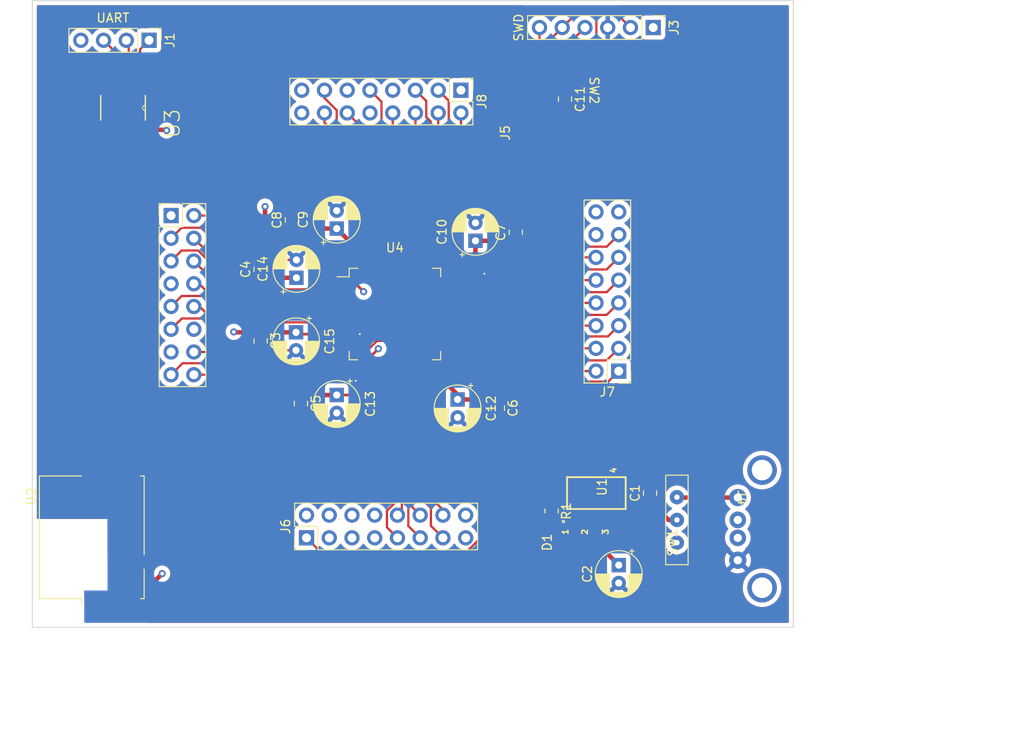
<source format=kicad_pcb>
(kicad_pcb (version 20211014) (generator pcbnew)
  (layers (0 "F.Cu" signal) (1 "In1.Cu" signal) (2 "In2.Cu" signal) (31 "B.Cu" signal) (34 "B.Paste" user) (35 "F.Paste" user) (36 "B.SilkS" user "B.Silkscreen") (37 "F.SilkS" user "F.Silkscreen") (38 "B.Mask" user) (39 "F.Mask" user) (44 "Edge.Cuts" user))
  (net 0 "")
  (net 1 "Power")
  (net 2 "GND")
  (net 3 "VDD")
  (net 4 "NRST")
  (net 5 "Net-(D1-Pad2)")
  (net 6 "Net-(J1-Pad1)")
  (net 7 "Net-(J1-Pad2)")
  (net 8 "Net-(J1-Pad3)")
  (net 10 "SWDCLK")
  (net 11 "SWDIO")
  (net 12 "SWO")
  (net 13 "5V_USB")
  (net 17 "PC_13")
  (net 18 "PC_14")
  (net 19 "PC_15")
  (net 20 "PH_00")
  (net 21 "PH_01")
  (net 23 "PC_00")
  (net 24 "PC_01")
  (net 25 "PC_02")
  (net 26 "PC_03")
  (net 29 "PA_00")
  (net 30 "PA_01")
  (net 31 "PA_02")
  (net 32 "PA_03")
  (net 40 "PC_05")
  (net 41 "PB_00")
  (net 42 "PB_01")
  (net 43 "PB_02")
  (net 44 "PB_10")
  (net 45 "PB_11")
  (net 48 "PB_12")
  (net 49 "PB_13")
  (net 50 "PB_14")
  (net 51 "PB_15")
  (net 52 "PC_06")
  (net 53 "PC_07")
  (net 54 "PC_08")
  (net 55 "PC_09")
  (net 56 "PA_08")
  (net 57 "PA_09")
  (net 58 "PA_10")
  (net 59 "PA_11")
  (net 60 "PA_12")
  (net 65 "PA_15")
  (net 66 "PC_10")
  (net 67 "PC_11")
  (net 68 "PC_12")
  (net 69 "PD_02")
  (net 71 "PB_04")
  (net 72 "PB_05")
  (net 75 "PH_02")
  (net 76 "PB_08")
  (net 77 "PB_09")
  (net 80 "BAT_OUT")
  (net 84 "SPI1_IRQ")
  (net 85 "SPI1_CLK")
  (net 86 "SPI1_MISO")
  (net 87 "SPI1_MOSI")
  (net 88 "SPI1_CS")
  (net 90 "TX")
  (net 91 "RX")
  (footprint "Package_QFP:LQFP-64_10x10mm_P0.5mm" (layer "F.Cu") (at 203.5 83)
    (fp_text reference "U4")
    (fp_text value "STM32L431RCT6")
  )
  (footprint "Capacitor_SMD:C_0805_2012Metric" (layer "F.Cu") (at 222.5 59 -90)
    (fp_text reference "C11")
    (fp_text value "0.1u")
  )
  (footprint "Connector_PinHeader_2.54mm:PinHeader_1x06_P2.54mm_Vertical" (layer "F.Cu") (at 232.35 51 -90)
    (fp_text reference "J3")
    (fp_text value "SWD")
  )
  (footprint "Minfot:Button" (layer "F.Cu") (at 225.25 58.025 -90)
    (fp_text reference "SW2")
    (fp_text value "SW_Push")
  )
  (footprint "Capacitor_THT:CP_Radial_D5.0mm_P2.00mm" (layer "F.Cu") (at 197 92.044888 -90)
    (fp_text reference "C13")
    (fp_text value "4.7u")
  )
  (footprint "Connector_PinHeader_2.54mm:PinHeader_2x08_P2.54mm_Vertical" (layer "F.Cu") (at 193.625 108 90)
    (fp_text reference "J6")
    (fp_text value "PIN17-PIN32")
  )
  (footprint "Capacitor_SMD:C_0805_2012Metric" (layer "F.Cu") (at 215 93.5 -90)
    (fp_text reference "C6")
    (fp_text value "100n")
  )
  (footprint "Minfot:LED" (layer "F.Cu") (at 221 108.5 90)
    (fp_text reference "D1")
    (fp_text value "LED")
  )
  (footprint "Capacitor_THT:CP_Radial_D5.0mm_P2.00mm" (layer "F.Cu") (at 192.5 78.955113 90)
    (fp_text reference "C14")
    (fp_text value "4.7u")
  )
  (footprint "Capacitor_SMD:C_0805_2012Metric" (layer "F.Cu") (at 188.5 86 -90)
    (fp_text reference "C3")
    (fp_text value "10n")
  )
  (footprint "Resistor_SMD:R_0805_2012Metric" (layer "F.Cu") (at 221 105 -90)
    (fp_text reference "R1")
    (fp_text value "R_Small")
  )
  (footprint "Minfot:USBA" (layer "F.Cu") (at 241.8 103.5 -90)
    (fp_text reference "J4")
    (fp_text value "USB_A")
  )
  (footprint "bom:SOIC127P600X175-8N" (layer "F.Cu") (at 173.135 59.9638 -90)
    (fp_text reference "U3")
    (fp_text value "ADuM1200AR")
  )
  (footprint "Connector_PinHeader_2.54mm:PinHeader_2x08_P2.54mm_Vertical" (layer "F.Cu") (at 228.5 89.375 180)
    (fp_text reference "J7")
    (fp_text value "PIN33-PIN48")
  )
  (footprint "Capacitor_THT:CP_Radial_D5.0mm_P2.00mm" (layer "F.Cu") (at 192.455113 85.05 -90)
    (fp_text reference "C15")
    (fp_text value "1u")
  )
  (footprint "bom:SOT223" (layer "F.Cu") (at 226 103 90)
    (fp_text reference "U1")
    (fp_text value "LD1117S33CTR")
  )
  (footprint "RF_Module:ST_SPBTLE" (layer "F.Cu") (at 172.5 107.9375 90)
    (fp_text reference "U2")
    (fp_text value "BLUENRG-M0A")
  )
  (footprint "Capacitor_THT:CP_Radial_D5.0mm_P2.00mm" (layer "F.Cu") (at 212.5 74.820452 90)
    (fp_text reference "C10")
    (fp_text value "4.7u")
  )
  (footprint "Capacitor_SMD:C_0805_2012Metric" (layer "F.Cu") (at 217 73.865339 90)
    (fp_text reference "C7")
    (fp_text value "100n")
  )
  (footprint "Connector_PinHeader_2.54mm:PinHeader_2x08_P2.54mm_Vertical" (layer "F.Cu") (at 210.875 58 -90)
    (fp_text reference "J8")
    (fp_text value "PIN49-PIN64")
  )
  (footprint "Capacitor_SMD:C_0805_2012Metric" (layer "F.Cu") (at 232 103 90)
    (fp_text reference "C1")
    (fp_text value "100n")
  )
  (footprint "Capacitor_SMD:C_0805_2012Metric" (layer "F.Cu") (at 188.5 78 90)
    (fp_text reference "C4")
    (fp_text value "100n")
  )
  (footprint "Minfot:Switch" (layer "F.Cu") (at 235 108.54 90)
    (fp_text reference "SW1")
    (fp_text value "SW_DPDT_x2")
  )
  (footprint "Capacitor_SMD:C_0805_2012Metric" (layer "F.Cu") (at 192 72.5 90)
    (fp_text reference "C8")
    (fp_text value "100n")
  )
  (footprint "Connector_PinHeader_2.54mm:PinHeader_2x08_P2.54mm_Vertical" (layer "F.Cu") (at 178.5 72)
    (fp_text reference "J5")
    (fp_text value "PIN1-PIN16")
  )
  (footprint "Capacitor_THT:CP_Radial_D5.0mm_P2.00mm" (layer "F.Cu") (at 197 73.455113 90)
    (fp_text reference "C9")
    (fp_text value "4.7u")
  )
  (footprint "Capacitor_SMD:C_0805_2012Metric" (layer "F.Cu") (at 193 93 -90)
    (fp_text reference "C5")
    (fp_text value "100n")
  )
  (footprint "Capacitor_THT:CP_Radial_D5.0mm_P2.00mm" (layer "F.Cu") (at 228.5 111.044887 -90)
    (fp_text reference "C2")
    (fp_text value "10u")
  )
  (footprint "Connector_PinHeader_2.54mm:PinHeader_1x04_P2.54mm_Vertical" (layer "F.Cu") (at 176.04 52.4276 -90)
    (fp_text reference "J1")
    (fp_text value "UART")
  )
  (footprint "Capacitor_THT:CP_Radial_D5.0mm_P2.00mm" (layer "F.Cu") (at 210.5 92.544888 -90)
    (fp_text reference "C12")
    (fp_text value "4.7u")
  )
  (gr_rect (start 163 48) (end 248 118) (layer "Edge.Cuts") (width 0.1) (fill none))
  (segment (start 230.4602 103.95) (end 228.3114 106.0988) (width 0.5) (layer "F.Cu") (net 1))
  (segment (start 235 106) (end 234.05 106) (width 0.5) (layer "F.Cu") (net 1))
  (segment (start 234.05 106) (end 232 103.95) (width 0.5) (layer "F.Cu") (net 1))
  (segment (start 232 103.95) (end 230.4602 103.95) (width 0.5) (layer "F.Cu") (net 1))
  (segment (start 200 90.5) (end 199.157453 90.5) (width 0.25) (layer "F.Cu") (net 2))
  (segment (start 209.175 79.75) (end 210.25 79.75) (width 0.25) (layer "F.Cu") (net 2))
  (segment (start 200.25 77.325) (end 200.25 75.75) (width 0.25) (layer "F.Cu") (net 2))
  (segment (start 210.25 79.75) (end 211 79) (width 0.25) (layer "F.Cu") (net 2))
  (segment (start 200.25 90.25) (end 200 90.5) (width 0.25) (layer "F.Cu") (net 2))
  (segment (start 206.75 88.675) (end 206.75 89.75) (width 0.25) (layer "F.Cu") (net 2))
  (segment (start 197.825 84.75) (end 199.079277 84.75) (width 0.25) (layer "F.Cu") (net 2))
  (segment (start 200.25 88.675) (end 200.25 90.25) (width 0.25) (layer "F.Cu") (net 2))
  (segment (start 188.6 87.05) (end 192.455113 87.05) (width 0.25) (layer "F.Cu") (net 2))
  (segment (start 199.079277 84.75) (end 199.581451 85.252174) (width 0.25) (layer "F.Cu") (net 2))
  (segment (start 199.5 75) (end 199.5 74) (width 0.25) (layer "F.Cu") (net 2))
  (segment (start 192.95 87.05) (end 192.455113 87.05) (width 0.25) (layer "F.Cu") (net 2))
  (segment (start 192.5 76.955113) (end 188.594887 76.955113) (width 0.25) (layer "F.Cu") (net 2))
  (segment (start 206.75 89.75) (end 207.5 90.5) (width 0.25) (layer "F.Cu") (net 2))
  (segment (start 188.594887 76.955113) (end 188.5 77.05) (width 0.25) (layer "F.Cu") (net 2))
  (segment (start 188.5 86.95) (end 188.6 87.05) (width 0.25) (layer "F.Cu") (net 2))
  (segment (start 199.157453 90.5) (end 199.114511 90.457058) (width 0.25) (layer "F.Cu") (net 2))
  (segment (start 200.25 75.75) (end 199.5 75) (width 0.25) (layer "F.Cu") (net 2))
  (via (at 199.114511 90.457058) (size 0.6) (drill 0.2) (layers "F.Cu" "B.Cu") (net 2))
  (via (at 213.5 78.5) (size 0.6) (drill 0.2) (layers "F.Cu" "B.Cu") (net 2))
  (via (at 199.581451 85.252174) (size 0.6) (drill 0.2) (layers "F.Cu" "B.Cu") (net 2))
  (segment (start 190 73.5) (end 191.95 73.5) (width 0.5) (layer "F.Cu") (net 3))
  (segment (start 212.5 74.820452) (end 212.5 76.120452) (width 0.5) (layer "F.Cu") (net 3))
  (segment (start 210.5 92.544888) (end 210.5 92) (width 0.5) (layer "F.Cu") (net 3))
  (segment (start 197.825 85.25) (end 192.655113 85.25) (width 0.3) (layer "F.Cu") (net 3))
  (segment (start 226 103) (end 222.0875 103) (width 0.5) (layer "F.Cu") (net 3))
  (segment (start 188.5 85.05) (end 185.55 85.05) (width 0.5) (layer "F.Cu") (net 3))
  (segment (start 222.0875 103) (end 221 104.0875) (width 0.5) (layer "F.Cu") (net 3))
  (segment (start 192.655113 85.25) (end 192.455113 85.05) (width 0.3) (layer "F.Cu") (net 3))
  (segment (start 198.75 79.25) (end 197.825 79.25) (width 0.3) (layer "F.Cu") (net 3))
  (segment (start 188.5 85.05) (end 192.455113 85.05) (width 0.5) (layer "F.Cu") (net 3))
  (segment (start 191.95 73.5) (end 192 73.45) (width 0.5) (layer "F.Cu") (net 3))
  (segment (start 197.825 79.25) (end 197.85 79.275) (width 0.25) (layer "F.Cu") (net 3))
  (segment (start 175.04 62.4276) (end 177.9276 62.4276) (width 0.5) (layer "F.Cu") (net 3))
  (segment (start 209.470452 79.15) (end 209.175 79.15) (width 0.5) (layer "F.Cu") (net 3))
  (segment (start 210.5 92.544888) (end 214.994888 92.544888) (width 0.5) (layer "F.Cu") (net 3))
  (segment (start 214.994888 92.544888) (end 215 92.55) (width 0.5) (layer "F.Cu") (net 3))
  (segment (start 192 73.45) (end 192.005113 73.455113) (width 0.5) (layer "F.Cu") (net 3))
  (segment (start 174.8125 114.6875) (end 177.5 112) (width 0.5) (layer "F.Cu") (net 3))
  (segment (start 200 80.5) (end 198.75 79.25) (width 0.3) (layer "F.Cu") (net 3))
  (segment (start 199.126864 92.044888) (end 197 92.044888) (width 0.3) (layer "F.Cu") (net 3))
  (segment (start 226 106.0988) (end 226 103) (width 0.5) (layer "F.Cu") (net 3))
  (segment (start 212.5 74.820452) (end 216.994887 74.820452) (width 0.5) (layer "F.Cu") (net 3))
  (segment (start 216.994887 74.820452) (end 217 74.815339) (width 0.5) (layer "F.Cu") (net 3))
  (segment (start 177.9276 62.4276) (end 178 62.5) (width 0.5) (layer "F.Cu") (net 3))
  (segment (start 200.75 87.774598) (end 201.650049 86.874549) (width 0.3) (layer "F.Cu") (net 3))
  (segment (start 188.5 78.95) (end 192.494887 78.95) (width 0.5) (layer "F.Cu") (net 3))
  (segment (start 200.75 88.675) (end 200.75 87.774598) (width 0.3) (layer "F.Cu") (net 3))
  (segment (start 200.75 90.421752) (end 199.126864 92.044888) (width 0.3) (layer "F.Cu") (net 3))
  (segment (start 189 71) (end 189 72.5) (width 0.5) (layer "F.Cu") (net 3))
  (segment (start 192.005113 73.455113) (end 197 73.455113) (width 0.5) (layer "F.Cu") (net 3))
  (segment (start 199.65 76.105113) (end 199.65 77.325) (width 0.5) (layer "F.Cu") (net 3))
  (segment (start 185.55 85.05) (end 185.5 85) (width 0.5) (layer "F.Cu") (net 3))
  (segment (start 212.5 76.120452) (end 209.470452 79.15) (width 0.5) (layer "F.Cu") (net 3))
  (segment (start 189 72.5) (end 190 73.5) (width 0.5) (layer "F.Cu") (net 3))
  (segment (start 228.5 111.044887) (end 226 108.544887) (width 0.5) (layer "F.Cu") (net 3))
  (segment (start 193 92.05) (end 196.994888 92.05) (width 0.5) (layer "F.Cu") (net 3))
  (segment (start 197 73.455113) (end 199.65 76.105113) (width 0.5) (layer "F.Cu") (net 3))
  (segment (start 196.994888 92.05) (end 197 92.044888) (width 0.5) (layer "F.Cu") (net 3))
  (segment (start 192.494887 78.95) (end 192.5 78.955113) (width 0.5) (layer "F.Cu") (net 3))
  (segment (start 226 108.544887) (end 226 106.0988) (width 0.5) (layer "F.Cu") (net 3))
  (segment (start 200.75 88.675) (end 200.75 90.421752) (width 0.3) (layer "F.Cu") (net 3))
  (segment (start 174.39 114.6875) (end 174.8125 114.6875) (width 0.5) (layer "F.Cu") (net 3))
  (segment (start 207.35 88.85) (end 207.35 88.675) (width 0.5) (layer "F.Cu") (net 3))
  (segment (start 210.5 92) (end 207.35 88.85) (width 0.5) (layer "F.Cu") (net 3))
  (via (at 177.5 112) (size 0.8) (drill 0.4) (layers "F.Cu" "B.Cu") (net 3))
  (via (at 189 71) (size 0.8) (drill 0.4) (layers "F.Cu" "B.Cu") (net 3))
  (via (at 200 80.5) (size 0.8) (drill 0.4) (layers "F.Cu" "B.Cu") (net 3))
  (via (at 178 62.5) (size 0.8) (drill 0.4) (layers "F.Cu" "B.Cu") (net 3))
  (via (at 185.5 85) (size 0.8) (drill 0.4) (layers "F.Cu" "B.Cu") (net 3))
  (via (at 201.650049 86.874549) (size 0.8) (drill 0.4) (layers "F.Cu" "B.Cu") (net 3))
  (segment (start 208.5 73.5) (end 208.5 78.136396) (width 0.25) (layer "F.Cu") (net 4))
  (segment (start 225.25 58.025) (end 226 57.275) (width 0.25) (layer "F.Cu") (net 4))
  (segment (start 225.25 58.025) (end 222.525 58.025) (width 0.25) (layer "F.Cu") (net 4))
  (segment (start 222.525 58.025) (end 222.5 58.05) (width 0.25) (layer "F.Cu") (net 4))
  (segment (start 215.5 69.5) (end 212.5 69.5) (width 0.25) (layer "F.Cu") (net 4))
  (segment (start 169.31 99.69) (end 177.5 91.5) (width 0.25) (layer "F.Cu") (net 4))
  (segment (start 226 50) (end 225.5 49.5) (width 0.25) (layer "F.Cu") (net 4))
  (segment (start 208.5 78.136396) (end 204.386396 82.25) (width 0.25) (layer "F.Cu") (net 4))
  (segment (start 222.5 58.05) (end 222.19 57.74) (width 0.25) (layer "F.Cu") (net 4))
  (segment (start 204.386396 82.25) (end 197.825 82.25) (width 0.25) (layer "F.Cu") (net 4))
  (segment (start 218.5 54.69) (end 218.5 66.5) (width 0.25) (layer "F.Cu") (net 4))
  (segment (start 190.5 91.5) (end 192 90) (width 0.25) (layer "F.Cu") (net 4))
  (segment (start 223.69 49.5) (end 222.19 51) (width 0.25) (layer "F.Cu") (net 4))
  (segment (start 222.19 51) (end 218.5 54.69) (width 0.25) (layer "F.Cu") (net 4))
  (segment (start 200.5 86) (end 200.5 84.084315) (width 0.25) (layer "F.Cu") (net 4))
  (segment (start 212.5 69.5) (end 208.5 73.5) (width 0.25) (layer "F.Cu") (net 4))
  (segment (start 226 57.275) (end 226 50) (width 0.25) (layer "F.Cu") (net 4))
  (segment (start 169.31 101.1875) (end 169.31 99.69) (width 0.25) (layer "F.Cu") (net 4))
  (segment (start 196.5 90) (end 200.5 86) (width 0.25) (layer "F.Cu") (net 4))
  (segment (start 200.5 84.084315) (end 198.665685 82.25) (width 0.25) (layer "F.Cu") (net 4))
  (segment (start 192 90) (end 196.5 90) (width 0.25) (layer "F.Cu") (net 4))
  (segment (start 198.665685 82.25) (end 197.825 82.25) (width 0.25) (layer "F.Cu") (net 4))
  (segment (start 218.5 66.5) (end 215.5 69.5) (width 0.25) (layer "F.Cu") (net 4))
  (segment (start 177.5 91.5) (end 190.5 91.5) (width 0.25) (layer "F.Cu") (net 4))
  (segment (start 225.5 49.5) (end 223.69 49.5) (width 0.25) (layer "F.Cu") (net 4))
  (segment (start 221 105.9125) (end 221 107.6) (width 0.25) (layer "F.Cu") (net 5))
  (segment (start 175.04 53.4276) (end 176.04 52.4276) (width 0.25) (layer "F.Cu") (net 6))
  (segment (start 175.04 57.5) (end 175.04 53.4276) (width 0.25) (layer "F.Cu") (net 6))
  (segment (start 173.77 52.6976) (end 173.5 52.4276) (width 0.25) (layer "F.Cu") (net 7))
  (segment (start 173.77 57.5) (end 173.77 52.6976) (width 0.25) (layer "F.Cu") (net 7))
  (segment (start 172.5 53.9676) (end 170.96 52.4276) (width 0.25) (layer "F.Cu") (net 8))
  (segment (start 172.5 57.5) (end 172.5 53.9676) (width 0.25) (layer "F.Cu") (net 8))
  (segment (start 207.25 72.75) (end 207.25 77.325) (width 0.25) (layer "F.Cu") (net 10))
  (segment (start 218.5 49) (end 216.5 51) (width 0.25) (layer "F.Cu") (net 10))
  (segment (start 227.81 49) (end 218.5 49) (width 0.25) (layer "F.Cu") (net 10))
  (segment (start 229.81 51) (end 227.81 49) (width 0.25) (layer "F.Cu") (net 10))
  (segment (start 214.5 68) (end 212 68) (width 0.25) (layer "F.Cu") (net 10))
  (segment (start 212 68) (end 207.25 72.75) (width 0.25) (layer "F.Cu") (net 10))
  (segment (start 216.5 51) (end 216.5 66) (width 0.25) (layer "F.Cu") (net 10))
  (segment (start 216.5 66) (end 214.5 68) (width 0.25) (layer "F.Cu") (net 10))
  (segment (start 214.25 80.25) (end 209.175 80.25) (width 0.25) (layer "F.Cu") (net 11))
  (segment (start 224.73 51) (end 219.5 56.23) (width 0.25) (layer "F.Cu") (net 11))
  (segment (start 219.5 75) (end 214.25 80.25) (width 0.25) (layer "F.Cu") (net 11))
  (segment (start 219.5 56.23) (end 219.5 75) (width 0.25) (layer "F.Cu") (net 11))
  (segment (start 212.5 68.5) (end 208 73) (width 0.25) (layer "F.Cu") (net 12))
  (segment (start 208 78) (end 206.5 79.5) (width 0.25) (layer "F.Cu") (net 12))
  (segment (start 208 73) (end 208 78) (width 0.25) (layer "F.Cu") (net 12))
  (segment (start 217.5 54.5) (end 217.5 66) (width 0.25) (layer "F.Cu") (net 12))
  (segment (start 215 68.5) (end 212.5 68.5) (width 0.25) (layer "F.Cu") (net 12))
  (segment (start 217.5 66) (end 215 68.5) (width 0.25) (layer "F.Cu") (net 12))
  (segment (start 219.65 51) (end 219.65 52.35) (width 0.25) (layer "F.Cu") (net 12))
  (segment (start 204.25 78.75) (end 204.25 77.325) (width 0.25) (layer "F.Cu") (net 12))
  (segment (start 205 79.5) (end 204.25 78.75) (width 0.25) (layer "F.Cu") (net 12))
  (segment (start 219.65 52.35) (end 217.5 54.5) (width 0.25) (layer "F.Cu") (net 12))
  (segment (start 206.5 79.5) (end 205 79.5) (width 0.25) (layer "F.Cu") (net 12))
  (segment (start 241.8 103.5) (end 235.04 103.5) (width 0.5) (layer "F.Cu") (net 13))
  (segment (start 235.04 103.5) (end 235 103.46) (width 0.5) (layer "F.Cu") (net 13))
  (segment (start 193.363604 75.5) (end 186.5 75.5) (width 0.25) (layer "F.Cu") (net 17))
  (segment (start 186.5 75.5) (end 183 72) (width 0.25) (layer "F.Cu") (net 17))
  (segment (start 183 72) (end 181.04 72) (width 0.25) (layer "F.Cu") (net 17))
  (segment (start 197.825 79.75) (end 196.75 79.75) (width 0.25) (layer "F.Cu") (net 17))
  (segment (start 196 78.136396) (end 193.363604 75.5) (width 0.25) (layer "F.Cu") (net 17))
  (segment (start 196 79) (end 196 78.136396) (width 0.25) (layer "F.Cu") (net 17))
  (segment (start 196.75 79.75) (end 196 79) (width 0.25) (layer "F.Cu") (net 17))
  (segment (start 184 75.5) (end 184 78) (width 0.25) (layer "F.Cu") (net 18))
  (segment (start 181.865 73.365) (end 184 75.5) (width 0.25) (layer "F.Cu") (net 18))
  (segment (start 178.5 74.54) (end 179.675 73.365) (width 0.25) (layer "F.Cu") (net 18))
  (segment (start 184 78) (end 186.25 80.25) (width 0.25) (layer "F.Cu") (net 18))
  (segment (start 186.25 80.25) (end 197.825 80.25) (width 0.25) (layer "F.Cu") (net 18))
  (segment (start 179.675 73.365) (end 181.865 73.365) (width 0.25) (layer "F.Cu") (net 18))
  (segment (start 183.127289 76.627289) (end 183.127289 77.872712) (width 0.25) (layer "F.Cu") (net 19))
  (segment (start 186.004577 80.75) (end 197.825 80.75) (width 0.25) (layer "F.Cu") (net 19))
  (segment (start 181.04 74.54) (end 183.127289 76.627289) (width 0.25) (layer "F.Cu") (net 19))
  (segment (start 183.127289 77.872712) (end 186.004577 80.75) (width 0.25) (layer "F.Cu") (net 19))
  (segment (start 186 81.3) (end 195.3 81.3) (width 0.25) (layer "F.Cu") (net 20))
  (segment (start 182.5 77.881819) (end 185.918181 81.3) (width 0.25) (layer "F.Cu") (net 20))
  (segment (start 181 75.905) (end 181.526701 75.905) (width 0.25) (layer "F.Cu") (net 20))
  (segment (start 182.5 77.5) (end 182.5 77.881819) (width 0.25) (layer "F.Cu") (net 20))
  (segment (start 196.984315 81.25) (end 196.934315 81.3) (width 0.25) (layer "F.Cu") (net 20))
  (segment (start 185.918181 81.3) (end 186 81.3) (width 0.25) (layer "F.Cu") (net 20))
  (segment (start 195.3 81.3) (end 195.5 81.3) (width 0.25) (layer "F.Cu") (net 20))
  (segment (start 179.675 75.905) (end 181 75.905) (width 0.25) (layer "F.Cu") (net 20))
  (segment (start 182.5 76.878299) (end 182.5 77.5) (width 0.25) (layer "F.Cu") (net 20))
  (segment (start 196.934315 81.3) (end 195.3 81.3) (width 0.25) (layer "F.Cu") (net 20))
  (segment (start 197.825 81.25) (end 196.984315 81.25) (width 0.25) (layer "F.Cu") (net 20))
  (segment (start 181.526701 75.905) (end 182.5 76.878299) (width 0.25) (layer "F.Cu") (net 20))
  (segment (start 178.5 77.08) (end 179.675 75.905) (width 0.25) (layer "F.Cu") (net 20))
  (segment (start 197.825 81.75) (end 185.71 81.75) (width 0.25) (layer "F.Cu") (net 21))
  (segment (start 185.71 81.75) (end 181.04 77.08) (width 0.25) (layer "F.Cu") (net 21))
  (segment (start 196.25 82.75) (end 196 82.5) (width 0.25) (layer "F.Cu") (net 23))
  (segment (start 196 82.5) (end 184.5 82.5) (width 0.25) (layer "F.Cu") (net 23))
  (segment (start 197.825 82.75) (end 196.25 82.75) (width 0.25) (layer "F.Cu") (net 23))
  (segment (start 181.62 79.62) (end 181.04 79.62) (width 0.25) (layer "F.Cu") (net 23))
  (segment (start 184.5 82.5) (end 181.62 79.62) (width 0.25) (layer "F.Cu") (net 23))
  (segment (start 182.5 81.5) (end 184 83) (width 0.25) (layer "F.Cu") (net 24))
  (segment (start 181.985 80.985) (end 182.5 81.5) (width 0.25) (layer "F.Cu") (net 24))
  (segment (start 197.825 83.25) (end 195.75 83.25) (width 0.25) (layer "F.Cu") (net 24))
  (segment (start 195.75 83.25) (end 195.5 83) (width 0.25) (layer "F.Cu") (net 24))
  (segment (start 184 83) (end 195.5 83) (width 0.25) (layer "F.Cu") (net 24))
  (segment (start 179.675 80.985) (end 181.985 80.985) (width 0.25) (layer "F.Cu") (net 24))
  (segment (start 178.5 82.16) (end 179.675 80.985) (width 0.25) (layer "F.Cu") (net 24))
  (segment (start 195.157808 83.475) (end 183 83.475) (width 0.25) (layer "F.Cu") (net 25))
  (segment (start 195.432808 83.75) (end 195.157808 83.475) (width 0.25) (layer "F.Cu") (net 25))
  (segment (start 181.685 82.16) (end 181.04 82.16) (width 0.25) (layer "F.Cu") (net 25))
  (segment (start 197.825 83.75) (end 195.432808 83.75) (width 0.25) (layer "F.Cu") (net 25))
  (segment (start 183 83.475) (end 181.685 82.16) (width 0.25) (layer "F.Cu") (net 25))
  (segment (start 182.575 83.925) (end 194.421215 83.925) (width 0.25) (layer "F.Cu") (net 26))
  (segment (start 182 83.5) (end 182.5 84) (width 0.25) (layer "F.Cu") (net 26))
  (segment (start 178.5 84.7) (end 179.7 83.5) (width 0.25) (layer "F.Cu") (net 26))
  (segment (start 182.5 84) (end 182.575 83.925) (width 0.25) (layer "F.Cu") (net 26))
  (segment (start 179.7 83.5) (end 182 83.5) (width 0.25) (layer "F.Cu") (net 26))
  (segment (start 197.807808 84.267192) (end 197.825 84.25) (width 0.25) (layer "F.Cu") (net 26))
  (segment (start 194.421215 83.925) (end 194.763407 84.267192) (width 0.25) (layer "F.Cu") (net 26))
  (segment (start 194.763407 84.267192) (end 197.807808 84.267192) (width 0.25) (layer "F.Cu") (net 26))
  (segment (start 185.74 87.24) (end 187 88.5) (width 0.25) (layer "F.Cu") (net 29))
  (segment (start 196.25 85.75) (end 197.825 85.75) (width 0.25) (layer "F.Cu") (net 29))
  (segment (start 195.5 87.5) (end 195.5 86.5) (width 0.25) (layer "F.Cu") (net 29))
  (segment (start 181.04 87.24) (end 185.74 87.24) (width 0.25) (layer "F.Cu") (net 29))
  (segment (start 187 88.5) (end 194.5 88.5) (width 0.25) (layer "F.Cu") (net 29))
  (segment (start 195.5 86.5) (end 196.25 85.75) (width 0.25) (layer "F.Cu") (net 29))
  (segment (start 194.5 88.5) (end 195.5 87.5) (width 0.25) (layer "F.Cu") (net 29))
  (segment (start 183 89) (end 195.5 89) (width 0.25) (layer "F.Cu") (net 30))
  (segment (start 196.75 86.25) (end 197.825 86.25) (width 0.25) (layer "F.Cu") (net 30))
  (segment (start 196.5 88) (end 196.5 86.5) (width 0.25) (layer "F.Cu") (net 30))
  (segment (start 178.5 89.78) (end 179.78 88.5) (width 0.25) (layer "F.Cu") (net 30))
  (segment (start 195.5 89) (end 196.5 88) (width 0.25) (layer "F.Cu") (net 30))
  (segment (start 196.5 86.5) (end 196.75 86.25) (width 0.25) (layer "F.Cu") (net 30))
  (segment (start 179.78 88.5) (end 182.5 88.5) (width 0.25) (layer "F.Cu") (net 30))
  (segment (start 182.5 88.5) (end 183 89) (width 0.25) (layer "F.Cu") (net 30))
  (segment (start 191.22 89.78) (end 191.5 89.5) (width 0.25) (layer "F.Cu") (net 31))
  (segment (start 181.04 89.78) (end 191.22 89.78) (width 0.25) (layer "F.Cu") (net 31))
  (segment (start 196 89.5) (end 197.825 87.675) (width 0.25) (layer "F.Cu") (net 31))
  (segment (start 197.825 87.675) (end 197.825 86.75) (width 0.25) (layer "F.Cu") (net 31))
  (segment (start 191.5 89.5) (end 196 89.5) (width 0.25) (layer "F.Cu") (net 31))
  (segment (start 199.75 88.675) (end 199.75 87.75) (width 0.25) (layer "F.Cu") (net 32))
  (segment (start 201.5 86) (end 206 86) (width 0.25) (layer "F.Cu") (net 32))
  (segment (start 208.5 88.5) (end 212.5 88.5) (width 0.25) (layer "F.Cu") (net 32))
  (segment (start 206 86) (end 208.5 88.5) (width 0.25) (layer "F.Cu") (net 32))
  (segment (start 221 97) (end 221 100.066701) (width 0.25) (layer "F.Cu") (net 32))
  (segment (start 199.75 87.75) (end 201.5 86) (width 0.25) (layer "F.Cu") (net 32))
  (segment (start 197.125 111.5) (end 193.625 108) (width 0.25) (layer "F.Cu") (net 32))
  (segment (start 209.566701 111.5) (end 197.125 111.5) (width 0.25) (layer "F.Cu") (net 32))
  (segment (start 212.5 88.5) (end 221 97) (width 0.25) (layer "F.Cu") (net 32))
  (segment (start 221 100.066701) (end 209.566701 111.5) (width 0.25) (layer "F.Cu") (net 32))
  (segment (start 202.61 106.825) (end 202.61 104.973299) (width 0.25) (layer "F.Cu") (net 40))
  (segment (start 203.785 108) (end 202.61 106.825) (width 0.25) (layer "F.Cu") (net 40))
  (segment (start 202.61 104.973299) (end 203.775 103.808299) (width 0.25) (layer "F.Cu") (net 40))
  (segment (start 203.775 103.808299) (end 203.775 89) (width 0.25) (layer "F.Cu") (net 40))
  (segment (start 203.785 105.46) (end 204.275 104.97) (width 0.25) (layer "F.Cu") (net 41))
  (segment (start 204.275 104.97) (end 204.275 89.225) (width 0.25) (layer "F.Cu") (net 41))
  (segment (start 205 106.675) (end 205 104) (width 0.25) (layer "F.Cu") (net 42))
  (segment (start 204.75 103.75) (end 204.75 88.675) (width 0.25) (layer "F.Cu") (net 42))
  (segment (start 205 104) (end 204.75 103.75) (width 0.25) (layer "F.Cu") (net 42))
  (segment (start 206.325 108) (end 205 106.675) (width 0.25) (layer "F.Cu") (net 42))
  (segment (start 206.325 105.46) (end 205.45 104.585) (width 0.25) (layer "F.Cu") (net 43))
  (segment (start 205.45 103.813604) (end 205.25 103.613604) (width 0.25) (layer "F.Cu") (net 43))
  (segment (start 205.25 103.613604) (end 205.25 88.675) (width 0.25) (layer "F.Cu") (net 43))
  (segment (start 205.45 104.585) (end 205.45 103.813604) (width 0.25) (layer "F.Cu") (net 43))
  (segment (start 208.865 108) (end 207.520011 106.655011) (width 0.25) (layer "F.Cu") (net 44))
  (segment (start 207.520011 106.655011) (end 207.520011 104.67178) (width 0.25) (layer "F.Cu") (net 44))
  (segment (start 207.520011 104.67178) (end 205.775 102.926769) (width 0.25) (layer "F.Cu") (net 44))
  (segment (start 205.775 102.926769) (end 205.775 88.725) (width 0.25) (layer "F.Cu") (net 44))
  (segment (start 208.865 104.865) (end 206.25 102.25) (width 0.25) (layer "F.Cu") (net 45))
  (segment (start 208.865 105.46) (end 208.865 104.865) (width 0.25) (layer "F.Cu") (net 45))
  (segment (start 206.25 102.25) (end 206.25 88.675) (width 0.25) (layer "F.Cu") (net 45))
  (segment (start 227.325 90.55) (end 220.55 90.55) (width 0.25) (layer "F.Cu") (net 48))
  (segment (start 216.75 86.75) (end 209.175 86.75) (width 0.25) (layer "F.Cu") (net 48))
  (segment (start 220.55 90.55) (end 216.75 86.75) (width 0.25) (layer "F.Cu") (net 48))
  (segment (start 228.5 89.375) (end 227.325 90.55) (width 0.25) (layer "F.Cu") (net 48))
  (segment (start 217.293289 86.25) (end 209.175 86.25) (width 0.25) (layer "F.Cu") (net 49))
  (segment (start 225.96 89.375) (end 220.418289 89.375) (width 0.25) (layer "F.Cu") (net 49))
  (segment (start 220.418289 89.375) (end 217.293289 86.25) (width 0.25) (layer "F.Cu") (net 49))
  (segment (start 227.155011 88.179989) (end 220.101368 88.179989) (width 0.25) (layer "F.Cu") (net 50))
  (segment (start 228.5 86.835) (end 227.155011 88.179989) (width 0.25) (layer "F.Cu") (net 50))
  (segment (start 220.101368 88.179989) (end 217.671379 85.75) (width 0.25) (layer "F.Cu") (net 50))
  (segment (start 217.671379 85.75) (end 209.175 85.75) (width 0.25) (layer "F.Cu") (net 50))
  (segment (start 225.96 86.835) (end 219.894644 86.835) (width 0.25) (layer "F.Cu") (net 51))
  (segment (start 209.2 85.275) (end 209.175 85.25) (width 0.25) (layer "F.Cu") (net 51))
  (segment (start 219.894644 86.835) (end 218.313639 85.253995) (width 0.25) (layer "F.Cu") (net 51))
  (segment (start 218.097502 85.275) (end 209.2 85.275) (width 0.25) (layer "F.Cu") (net 51))
  (segment (start 218.118507 85.253995) (end 218.097502 85.275) (width 0.25) (layer "F.Cu") (net 51))
  (segment (start 218.313639 85.253995) (end 218.118507 85.253995) (width 0.25) (layer "F.Cu") (net 51))
  (segment (start 218.606335 84.733645) (end 209.191355 84.733645) (width 0.25) (layer "F.Cu") (net 52))
  (segment (start 219.37269 85.5) (end 218.606335 84.733645) (width 0.25) (layer "F.Cu") (net 52))
  (segment (start 228.5 84.295) (end 227.295 85.5) (width 0.25) (layer "F.Cu") (net 52))
  (segment (start 227.295 85.5) (end 219.37269 85.5) (width 0.25) (layer "F.Cu") (net 52))
  (segment (start 209.191355 84.733645) (end 209.175 84.75) (width 0.25) (layer "F.Cu") (net 52))
  (segment (start 219.76126 84.295) (end 219.712077 84.245817) (width 0.25) (layer "F.Cu") (net 53))
  (segment (start 219.682894 84.275) (end 209 84.275) (width 0.25) (layer "F.Cu") (net 53))
  (segment (start 225.96 84.295) (end 219.76126 84.295) (width 0.25) (layer "F.Cu") (net 53))
  (segment (start 219.712077 84.245817) (end 219.682894 84.275) (width 0.25) (layer "F.Cu") (net 53))
  (segment (start 209.18299 83.75799) (end 209.175 83.75) (width 0.25) (layer "F.Cu") (net 54))
  (segment (start 227.155011 83.099989) (end 219.622076 83.099989) (width 0.25) (layer "F.Cu") (net 54))
  (segment (start 219.622076 83.099989) (end 218.964075 83.75799) (width 0.25) (layer "F.Cu") (net 54))
  (segment (start 228.5 81.755) (end 227.155011 83.099989) (width 0.25) (layer "F.Cu") (net 54))
  (segment (start 218.964075 83.75799) (end 209.18299 83.75799) (width 0.25) (layer "F.Cu") (net 54))
  (segment (start 219.926365 81.755) (end 218.431365 83.25) (width 0.25) (layer "F.Cu") (net 55))
  (segment (start 225.96 81.755) (end 219.926365 81.755) (width 0.25) (layer "F.Cu") (net 55))
  (segment (start 218.431365 83.25) (end 209.175 83.25) (width 0.25) (layer "F.Cu") (net 55))
  (segment (start 228.5 79.215) (end 227.155011 80.559989) (width 0.25) (layer "F.Cu") (net 56))
  (segment (start 217.540512 82.744007) (end 217.534519 82.75) (width 0.25) (layer "F.Cu") (net 56))
  (segment (start 217.534519 82.75) (end 209.175 82.75) (width 0.25) (layer "F.Cu") (net 56))
  (segment (start 219.72453 80.559989) (end 217.540512 82.744007) (width 0.25) (layer "F.Cu") (net 56))
  (segment (start 227.155011 80.559989) (end 219.72453 80.559989) (width 0.25) (layer "F.Cu") (net 56))
  (segment (start 225.96 79.215) (end 219.785 79.215) (width 0.25) (layer "F.Cu") (net 57))
  (segment (start 216.304682 82.288701) (end 216.265981 82.25) (width 0.25) (layer "F.Cu") (net 57))
  (segment (start 216.727465 82.272535) (end 216.727465 82.288701) (width 0.25) (layer "F.Cu") (net 57))
  (segment (start 216.727465 82.288701) (end 216.304682 82.288701) (width 0.25) (layer "F.Cu") (net 57))
  (segment (start 216.265981 82.25) (end 209.175 82.25) (width 0.25) (layer "F.Cu") (net 57))
  (segment (start 219.785 79.215) (end 216.727465 82.272535) (width 0.25) (layer "F.Cu") (net 57))
  (segment (start 209.193351 81.768351) (end 209.175 81.75) (width 0.25) (layer "F.Cu") (net 58))
  (segment (start 228.5 76.675) (end 227.155011 78.019989) (width 0.25) (layer "F.Cu") (net 58))
  (segment (start 219.792869 78.019989) (end 216.044507 81.768351) (width 0.25) (layer "F.Cu") (net 58))
  (segment (start 227.155011 78.019989) (end 219.792869 78.019989) (width 0.25) (layer "F.Cu") (net 58))
  (segment (start 216.044507 81.768351) (end 209.193351 81.768351) (width 0.25) (layer "F.Cu") (net 58))
  (segment (start 215.587202 81.25) (end 209.175 81.25) (width 0.25) (layer "F.Cu") (net 59))
  (segment (start 225.96 76.675) (end 220.162203 76.675) (width 0.25) (layer "F.Cu") (net 59))
  (segment (start 220.162203 76.675) (end 215.587202 81.25) (width 0.25) (layer "F.Cu") (net 59))
  (segment (start 215.05 80.75) (end 209.175 80.75) (width 0.25) (layer "F.Cu") (net 60))
  (segment (start 220.320011 75.479989) (end 215.05 80.75) (width 0.25) (layer "F.Cu") (net 60))
  (segment (start 227.155011 75.479989) (end 220.320011 75.479989) (width 0.25) (layer "F.Cu") (net 60))
  (segment (start 228.5 74.135) (end 227.155011 75.479989) (width 0.25) (layer "F.Cu") (net 60))
  (segment (start 210.875 68.125) (end 206.75 72.25) (width 0.25) (layer "F.Cu") (net 65))
  (segment (start 206.75 77.325) (end 206.75 72.25) (width 0.25) (layer "F.Cu") (net 65))
  (segment (start 210.875 60.54) (end 210.875 68.125) (width 0.25) (layer "F.Cu") (net 65))
  (segment (start 206.25 71.75) (end 206.25 77.325) (width 0.25) (layer "F.Cu") (net 66))
  (segment (start 209.51 59.175) (end 209.51 61.51) (width 0.25) (layer "F.Cu") (net 66))
  (segment (start 210 62) (end 210 68) (width 0.25) (layer "F.Cu") (net 66))
  (segment (start 208.335 58) (end 209.51 59.175) (width 0.25) (layer "F.Cu") (net 66))
  (segment (start 209.51 61.51) (end 210 62) (width 0.25) (layer "F.Cu") (net 66))
  (segment (start 210 68) (end 206.25 71.75) (width 0.25) (layer "F.Cu") (net 66))
  (segment (start 208.335 60.54) (end 208.335 69.028604) (width 0.25) (layer "F.Cu") (net 67))
  (segment (start 205.75 71.613604) (end 205.75 77.325) (width 0.25) (layer "F.Cu") (net 67))
  (segment (start 208.335 69.028604) (end 205.75 71.613604) (width 0.25) (layer "F.Cu") (net 67))
  (segment (start 205.25 77.325) (end 205.25 70.75) (width 0.25) (layer "F.Cu") (net 68))
  (segment (start 205.25 70.75) (end 207.5 68.5) (width 0.25) (layer "F.Cu") (net 68))
  (segment (start 207 59.205) (end 206.8975 59.1025) (width 0.25) (layer "F.Cu") (net 68))
  (segment (start 207 61) (end 207 59.205) (width 0.25) (layer "F.Cu") (net 68))
  (segment (start 206.8975 59.1025) (end 205.795 58) (width 0.25) (layer "F.Cu") (net 68))
  (segment (start 207.5 68.5) (end 207.5 61.5) (width 0.25) (layer "F.Cu") (net 68))
  (segment (start 207.5 61.5) (end 207 61) (width 0.25) (layer "F.Cu") (net 68))
  (segment (start 205.795 68.782912) (end 205.795 60.54) (width 0.25) (layer "F.Cu") (net 69))
  (segment (start 204.75 77.325) (end 204.75 69.800988) (width 0.25) (layer "F.Cu") (net 69))
  (segment (start 204.75 69.800988) (end 205.797362 68.753626) (width 0.25) (layer "F.Cu") (net 69))
  (segment (start 203.75 70.25) (end 203.255 69.755) (width 0.25) (layer "F.Cu") (net 71))
  (segment (start 203.75 77.325) (end 203.75 70.25) (width 0.25) (layer "F.Cu") (net 71))
  (segment (start 203.255 69.755) (end 203.255 60.54) (width 0.25) (layer "F.Cu") (net 71))
  (segment (start 202 70) (end 203.25 71.25) (width 0.25) (layer "F.Cu") (net 72))
  (segment (start 200.715 58) (end 202 59.285) (width 0.25) (layer "F.Cu") (net 72))
  (segment (start 202 59.285) (end 202 70) (width 0.25) (layer "F.Cu") (net 72))
  (segment (start 203.25 71.25) (end 203.25 77.325) (width 0.25) (layer "F.Cu") (net 72))
  (segment (start 201.75 77.325) (end 201.75 71.75) (width 0.25) (layer "F.Cu") (net 75))
  (segment (start 201.75 71.75) (end 201 71) (width 0.25) (layer "F.Cu") (net 75))
  (segment (start 201 71) (end 201 63.365) (width 0.25) (layer "F.Cu") (net 75))
  (segment (start 201 63.365) (end 198.175 60.54) (width 0.25) (layer "F.Cu") (net 75))
  (segment (start 197 60.243299) (end 197 62) (width 0.25) (layer "F.Cu") (net 76))
  (segment (start 200.5 65.5) (end 200.5 71.5) (width 0.25) (layer "F.Cu") (net 76))
  (segment (start 195.635 58) (end 195.635 58.878299) (width 0.25) (layer "F.Cu") (net 76))
  (segment (start 197 62) (end 200.5 65.5) (width 0.25) (layer "F.Cu") (net 76))
  (segment (start 201.25 72.25) (end 201.25 77.325) (width 0.25) (layer "F.Cu") (net 76))
  (segment (start 195.635 58.878299) (end 197 60.243299) (width 0.25) (layer "F.Cu") (net 76))
  (segment (start 200.5 71.5) (end 201.25 72.25) (width 0.25) (layer "F.Cu") (net 76))
  (segment (start 200.8 72.8) (end 200 72) (width 0.25) (layer "F.Cu") (net 77))
  (segment (start 200.75 73.05) (end 200.8 73) (width 0.25) (layer "F.Cu") (net 77))
  (segment (start 200 72) (end 200 66) (width 0.25) (layer "F.Cu") (net 77))
  (segment (start 200.75 77.325) (end 200.75 73.05) (width 0.25) (layer "F.Cu") (net 77))
  (segment (start 200.8 73) (end 200.8 72.8) (width 0.25) (layer "F.Cu") (net 77))
  (segment (start 200 66) (end 195.635 61.635) (width 0.25) (layer "F.Cu") (net 77))
  (segment (start 195.635 61.635) (end 195.635 60.54) (width 0.25) (layer "F.Cu") (net 77))
  (segment (start 174 117) (end 173.12 116.12) (width 0.25) (layer "F.Cu") (net 84))
  (segment (start 203.25 88.675) (end 203.25 99.75) (width 0.25) (layer "F.Cu") (net 84))
  (segment (start 200 103) (end 189 103) (width 0.25) (layer "F.Cu") (net 84))
  (segment (start 173.12 116.12) (end 173.12 114.6875) (width 0.25) (layer "F.Cu") (net 84))
  (segment (start 189 103) (end 175 117) (width 0.25) (layer "F.Cu") (net 84))
  (segment (start 175 117) (end 174 117) (width 0.25) (layer "F.Cu") (net 84))
  (segment (start 203.25 99.75) (end 200 103) (width 0.25) (layer "F.Cu") (net 84))
  (segment (start 201.75 97.75) (end 198.5 101) (width 0.25) (layer "F.Cu") (net 85))
  (segment (start 201.75 88.675) (end 201.75 97.75) (width 0.25) (layer "F.Cu") (net 85))
  (segment (start 198.5 101) (end 177.5 101) (width 0.25) (layer "F.Cu") (net 85))
  (segment (start 177.5 101) (end 177.3125 101.1875) (width 0.25) (layer "F.Cu") (net 85))
  (segment (start 177.3125 101.1875) (end 174.39 101.1875) (width 0.25) (layer "F.Cu") (net 85))
  (segment (start 202.25 98.25) (end 199 101.5) (width 0.25) (layer "F.Cu") (net 86))
  (segment (start 173.12 104.12) (end 173.12 101.1875) (width 0.25) (layer "F.Cu") (net 86))
  (segment (start 176 107) (end 173.12 104.12) (width 0.25) (layer "F.Cu") (net 86))
  (segment (start 199 101.5) (end 187.5 101.5) (width 0.25) (layer "F.Cu") (net 86))
  (segment (start 202.25 88.675) (end 202.25 98.25) (width 0.25) (layer "F.Cu") (net 86))
  (segment (start 187.5 101.5) (end 182 107) (width 0.25) (layer "F.Cu") (net 86))
  (segment (start 182 107) (end 176 107) (width 0.25) (layer "F.Cu") (net 86))
  (segment (start 188 102.5) (end 182.5 108) (width 0.25) (layer "F.Cu") (net 87))
  (segment (start 171.85 103.85) (end 171.85 101.1875) (width 0.25) (layer "F.Cu") (net 87))
  (segment (start 202.75 88.675) (end 202.75 99.25) (width 0.25) (layer "F.Cu") (net 87))
  (segment (start 199.5 102.5) (end 188 102.5) (width 0.25) (layer "F.Cu") (net 87))
  (segment (start 202.75 99.25) (end 199.5 102.5) (width 0.25) (layer "F.Cu") (net 87))
  (segment (start 176 108) (end 171.85 103.85) (width 0.25) (layer "F.Cu") (net 87))
  (segment (start 182.5 108) (end 176 108) (width 0.25) (layer "F.Cu") (net 87))
  (segment (start 170.58 99.92) (end 170.58 101.1875) (width 0.25) (layer "F.Cu") (net 88))
  (segment (start 198 100.5) (end 177 100.5) (width 0.25) (layer "F.Cu") (net 88))
  (segment (start 177 100.5) (end 175.5 99) (width 0.25) (layer "F.Cu") (net 88))
  (segment (start 201.25 88.675) (end 201.25 97.25) (width 0.25) (layer "F.Cu") (net 88))
  (segment (start 201.25 97.25) (end 198 100.5) (width 0.25) (layer "F.Cu") (net 88))
  (segment (start 175.5 99) (end 171.5 99) (width 0.25) (layer "F.Cu") (net 88))
  (segment (start 171.5 99) (end 170.58 99.92) (width 0.25) (layer "F.Cu") (net 88))
  (segment (start 172.5 63.1388) (end 178.8612 69.5) (width 0.25) (layer "F.Cu") (net 90))
  (segment (start 172.5 62.4276) (end 172.5 63.1388) (width 0.25) (layer "F.Cu") (net 90))
  (segment (start 202.55 78.95) (end 202.75 78.75) (width 0.25) (layer "F.Cu") (net 90))
  (segment (start 183 69.5) (end 188.5 75) (width 0.25) (layer "F.Cu") (net 90))
  (segment (start 178.8612 69.5) (end 183 69.5) (width 0.25) (layer "F.Cu") (net 90))
  (segment (start 198.447919 78) (end 199.397919 78.95) (width 0.25) (layer "F.Cu") (net 90))
  (segment (start 196.5 78) (end 198.447919 78) (width 0.25) (layer "F.Cu") (net 90))
  (segment (start 188.5 75) (end 193.5 75) (width 0.25) (layer "F.Cu") (net 90))
  (segment (start 193.5 75) (end 196.5 78) (width 0.25) (layer "F.Cu") (net 90))
  (segment (start 202.75 78.75) (end 202.75 77.325) (width 0.25) (layer "F.Cu") (net 90))
  (segment (start 199.397919 78.95) (end 202.55 78.95) (width 0.25) (layer "F.Cu") (net 90))
  (segment (start 201.990685 78.425) (end 202.25 78.165685) (width 0.25) (layer "F.Cu") (net 91))
  (segment (start 179.1312 68.5) (end 183 68.5) (width 0.25) (layer "F.Cu") (net 91))
  (segment (start 195.318198 74.681802) (end 197.636396 77) (width 0.25) (layer "F.Cu") (net 91))
  (segment (start 173.77 63.1388) (end 179.1312 68.5) (width 0.25) (layer "F.Cu") (net 91))
  (segment (start 199.509315 78.425) (end 201.990685 78.425) (width 0.25) (layer "F.Cu") (net 91))
  (segment (start 195.136396 74.5) (end 195.318198 74.681802) (width 0.25) (layer "F.Cu") (net 91))
  (segment (start 202.25 78.165685) (end 202.25 77.325) (width 0.25) (layer "F.Cu") (net 91))
  (segment (start 197.636396 77) (end 198.084315 77) (width 0.25) (layer "F.Cu") (net 91))
  (segment (start 189.030113 74.530113) (end 195.166509 74.530113) (width 0.25) (layer "F.Cu") (net 91))
  (segment (start 173.77 62.4276) (end 173.77 63.1388) (width 0.25) (layer "F.Cu") (net 91))
  (segment (start 198.084315 77) (end 199.509315 78.425) (width 0.25) (layer "F.Cu") (net 91))
  (segment (start 183 68.5) (end 189.030113 74.530113) (width 0.25) (layer "F.Cu") (net 91))
  (segment (start 195.166509 74.530113) (end 195.318198 74.681802) (width 0.25) (layer "F.Cu") (net 91))
  (zone (net 2) (net_name "GND") (layer "F.Cu") (connect_pads (clearance 0.508)) (min_thickness 0.254) (fill yes (thermal_gap 0.508) (thermal_bridge_width 0.508))
    (polygon (pts (xy 248 118) (xy 163 118) (xy 163 48) (xy 248 48)))
  )
  (zone (net 2) (net_name "GND") (layer "B.Cu") (connect_pads (clearance 0.508)) (min_thickness 0.254) (fill yes (thermal_gap 0.508) (thermal_bridge_width 0.508))
    (polygon (pts (xy 248 118) (xy 163 118) (xy 163 48) (xy 248 48)))
  )
)
</source>
